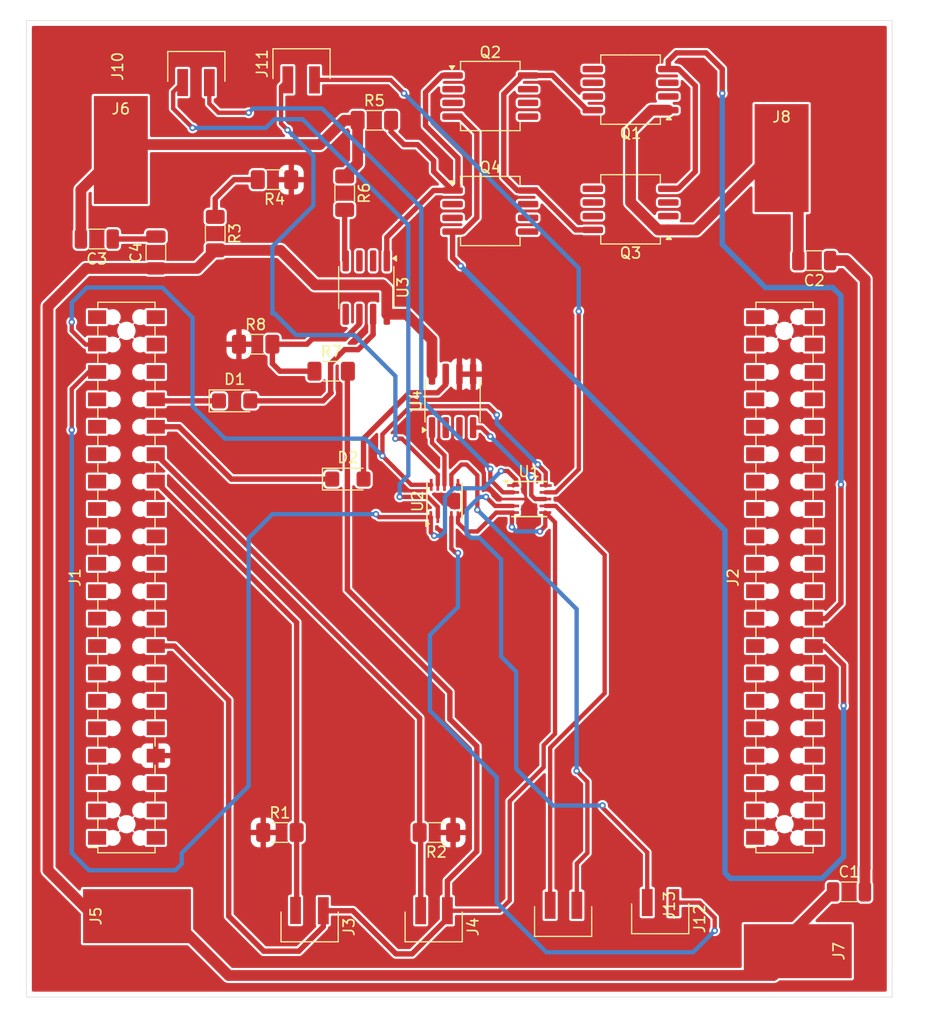
<source format=kicad_pcb>
(kicad_pcb (version 20241229) (generator "pcbnew") (generator_version "9.0")
  (layers (0 "F.Cu" signal) (2 "B.Cu" signal) (13 "F.Paste" user) (15 "B.Paste" user) (5 "F.SilkS" user "F.Silkscreen") (7 "B.SilkS" user "B.Silkscreen") (1 "F.Mask" user) (3 "B.Mask" user) (25 "Edge.Cuts" user))
  (net 0 "")
  (net 3 "Net-(C1-Pad2)")
  (net 4 "PB1")
  (net 13 "LOAD-")
  (net 14 "Net-(C3-Pad1)")
  (net 16 "BAT-")
  (net 25 "PC2")
  (net 33 "PC3")
  (net 47 "Net-(U1-D)")
  (net 65 "Net-(D1-A)")
  (net 66 "Net-(D2-A)")
  (net 80 "PA4")
  (net 81 "GND")
  (net 82 "3.3V")
  (net 83 "PA0")
  (net 84 "BAT+")
  (net 85 "PA1")
  (net 86 "PC0")
  (net 87 "PC1")
  (net 88 "C1-")
  (net 89 "C1+")
  (net 90 "C2-")
  (net 91 "C2+")
  (net 92 "C3-")
  (net 93 "C3+")
  (net 94 "Net-(U2-D)")
  (net 96 "C4-")
  (net 97 "C4+")
  (net 98 "Net-(Q1-D)")
  (net 99 "Net-(Q2-S)")
  (net 100 "Net-(U3-VS-)")
  (net 101 "Net-(U3-+iN)")
  (net 102 "Net-(U3-REF)")
  (footprint "VAMK_R_SMD:1206" (layer "F.Cu") (at 134.25 81.75)
    (property "Reference" "R7")
    (property "Value" "10k")
  )
  (footprint "Connector_PinHeader_2.54mm:PinHeader_1x02_P2.54mm_Vertical_SMD_Pin1Left" (layer "F.Cu") (at 131.5 53.25 90)
    (property "Reference" "J11")
    (property "Value" "CELL_2")
  )
  (footprint "VAMK_R_SMD:1206" (layer "F.Cu") (at 129.5 124.5)
    (property "Reference" "R1")
    (property "Value" "10k")
  )
  (footprint "Package_SO:TSSOP-10_3x3mm_P0.5mm" (layer "F.Cu") (at 144.8 93.8 90)
    (property "Reference" "U2")
    (property "Value" "MUX")
  )
  (footprint "Connector_PinHeader_2.54mm:PinHeader_1x02_P2.54mm_Vertical_SMD_Pin1Left" (layer "F.Cu") (at 164.75 132.5 -90)
    (property "Reference" "J12")
    (property "Value" "CELL_3")
  )
  (footprint "VAMK_C_SMD:C1206" (layer "F.Cu") (at 179.025 71.5 180)
    (property "Reference" "C2")
    (property "Value" "100NF_50V_CER" (hide yes))
  )
  (footprint "Connector_Samtec_HLE_SMD:Samtec_HLE-120-02-xxx-DV-BE-LC_2x20_P2.54mm_Horizontal" (layer "F.Cu") (at 176.27 100.87 90)
    (property "Reference" "J2")
    (property "Value" "Conn_02x20_Odd_Even")
  )
  (footprint "VAMK_R_SMD:1206" (layer "F.Cu") (at 127.25 79.25)
    (property "Reference" "R8")
    (property "Value" "10k")
  )
  (footprint "Connector_PinHeader_2.54mm:PinHeader_1x02_P2.54mm_Vertical_SMD_Pin1Left" (layer "F.Cu") (at 132.25 133.25 -90)
    (property "Reference" "J3")
    (property "Value" "TEMP")
  )
  (footprint "Package_SO:SOIC-8_5.3x6.2mm_P1.27mm" (layer "F.Cu") (at 149 66.905)
    (property "Reference" "Q4")
    (property "Value" "Discharge")
  )
  (footprint "Package_SO:SOIC-8_5.3x6.2mm_P1.27mm" (layer "F.Cu") (at 162 55.655 180)
    (property "Reference" "Q1")
    (property "Value" "Charge")
  )
  (footprint "Connector_PinHeader_2.54mm:PinHeader_1x02_P2.54mm_Vertical_SMD_Pin1Left" (layer "F.Cu") (at 143.75 133.25 -90)
    (property "Reference" "J4")
    (property "Value" "TEMP")
  )
  (footprint "VAMK_C_SMD:C1206" (layer "F.Cu") (at 118 70.75 90)
    (property "Reference" "C4")
    (property "Value" "100NF_50V_CER")
  )
  (footprint "VAMK_R_SMD:1206" (layer "F.Cu") (at 144 124.5 180)
    (property "Reference" "R2")
    (property "Value" "10k")
  )
  (footprint "Connector_PinHeader_2.54mm:PinHeader_1x02_P2.54mm_Vertical_SMD_Pin1Left" (layer "F.Cu") (at 121.75 53.5 90)
    (property "Reference" "J10")
    (property "Value" "CELL_1")
  )
  (footprint "VAMK_R_SMD:1206" (layer "F.Cu") (at 129 64 180)
    (property "Reference" "R4")
    (property "Value" "10k")
  )
  (footprint "VAMK_C_SMD:C1206" (layer "F.Cu") (at 112.525 69.5 180)
    (property "Reference" "C3")
    (property "Value" "100NF_50V_CER")
  )
  (footprint "Connector_Wire:SolderWirePad_1x01_SMD_5x10mm" (layer "F.Cu") (at 177.5 135.5 -90)
    (property "Reference" "J7")
    (property "Value" "LOAD+")
  )
  (footprint "Connector_Wire:SolderWirePad_1x01_SMD_5x10mm" (layer "F.Cu") (at 116.25 132.25 90)
    (property "Reference" "J5")
    (property "Value" "BAT+")
  )
  (footprint "Connector_Wire:SolderWirePad_1x01_SMD_5x10mm" (layer "F.Cu") (at 114.75 61.25)
    (property "Reference" "J6")
    (property "Value" "BAT-")
  )
  (footprint "Package_SO:SOIC-8_5.3x6.2mm_P1.27mm" (layer "F.Cu") (at 162 66.75 180)
    (property "Reference" "Q3")
    (property "Value" "Charge")
  )
  (footprint "Package_SO:SOIC-8_3.9x4.9mm_P1.27mm" (layer "F.Cu") (at 145.5 84.5 90)
    (property "Reference" "U4")
    (property "Value" "AD8021AR")
  )
  (footprint "VAMK_C_SMD:C1206" (layer "F.Cu") (at 182.25 130)
    (property "Reference" "C1")
    (property "Value" "100NF_50V_CER")
  )
  (footprint "VAMK_R_SMD:1206" (layer "F.Cu") (at 138.25 58.5)
    (property "Reference" "R5")
    (property "Value" "1m")
  )
  (footprint "Connector_Samtec_HLE_SMD:Samtec_HLE-120-02-xxx-DV-BE-LC_2x20_P2.54mm_Horizontal" (layer "F.Cu") (at 115.27 100.87 90)
    (property "Reference" "J1")
    (property "Value" "Conn_02x20_Odd_Even")
  )
  (footprint "Diode_SMD:D_SMF" (layer "F.Cu") (at 135.8 91.75)
    (property "Reference" "D2")
    (property "Value" "3.3V")
  )
  (footprint "VAMK_R_SMD:1206" (layer "F.Cu") (at 123.5 69 -90)
    (property "Reference" "R3")
    (property "Value" "10k")
  )
  (footprint "Diode_SMD:D_SMF" (layer "F.Cu") (at 125.3 84.5)
    (property "Reference" "D1")
    (property "Value" "3.3V")
  )
  (footprint "Package_SO:TSSOP-10_3x3mm_P0.5mm" (layer "F.Cu") (at 152.6 93.6)
    (property "Reference" "U1")
    (property "Value" "MUX")
  )
  (footprint "Connector_PinHeader_2.54mm:PinHeader_1x02_P2.54mm_Vertical_SMD_Pin1Left" (layer "F.Cu") (at 155.75 132.75 -90)
    (property "Reference" "J13")
    (property "Value" "CELL_4")
  )
  (footprint "Package_SO:SOIC-8_5.3x6.2mm_P1.27mm" (layer "F.Cu") (at 149 56.25)
    (property "Reference" "Q2")
    (property "Value" "Discharge")
  )
  (footprint "Connector_Wire:SolderWirePad_1x01_SMD_5x10mm" (layer "F.Cu") (at 176 62)
    (property "Reference" "J8")
    (property "Value" "LOAD-")
  )
  (footprint "VAMK_R_SMD:1206" (layer "F.Cu") (at 135.5 65.25 -90)
    (property "Reference" "R6")
    (property "Value" "160R")
  )
  (footprint "Package_SO:SOIC-8_3.9x4.9mm_P1.27mm" (layer "F.Cu") (at 137.5 74 -90)
    (property "Reference" "U3")
    (property "Value" "AD8021AR")
  )
  (gr_rect (start 106 49.25) (end 186.25 139.75) (stroke (width 0.05)) (fill no) (layer "Edge.Cuts"))
  (segment (start 183.725 130) (end 183.725 127.8) (width 1) (layer "F.Cu") (net 3))
  (segment (start 182 71.5) (end 180.5 71.5) (width 1) (layer "F.Cu") (net 3))
  (segment (start 183.725 127.8) (end 183.75 127.775) (width 1) (layer "F.Cu") (net 3))
  (segment (start 183.75 127.775) (end 183.75 73.25) (width 1) (layer "F.Cu") (net 3))
  (segment (start 183.75 73.25) (end 182 71.5) (width 1) (layer "F.Cu") (net 3))
  (segment (start 118.13 84.5) (end 117.99 84.36) (width 0.5) (layer "F.Cu") (net 4))
  (segment (start 123.85 84.5) (end 118.13 84.5) (width 0.5) (layer "F.Cu") (net 4))
  (segment (start 162 66.104999) (end 162 59.5) (width 1) (layer "F.Cu") (net 13))
  (segment (start 165.5 68.655) (end 164.550001 68.655) (width 1) (layer "F.Cu") (net 13))
  (segment (start 177.55 71.5) (end 177.55 63.55) (width 1) (layer "F.Cu") (net 13))
  (segment (start 177.55 63.55) (end 176 62) (width 1) (layer "F.Cu") (net 13))
  (segment (start 174.75 62) (end 176 62) (width 1) (layer "F.Cu") (net 13))
  (segment (start 162 59.5) (end 163.94 57.56) (width 1) (layer "F.Cu") (net 13))
  (segment (start 165.5 68.655) (end 168.095 68.655) (width 1) (layer "F.Cu") (net 13))
  (segment (start 163.94 57.56) (end 165.5 57.56) (width 1) (layer "F.Cu") (net 13))
  (segment (start 164.550001 68.655) (end 162 66.104999) (width 1) (layer "F.Cu") (net 13))
  (segment (start 168.095 68.655) (end 174.75 62) (width 1) (layer "F.Cu") (net 13))
  (segment (start 117.775 69.5) (end 118 69.275) (width 0.5) (layer "F.Cu") (net 14))
  (segment (start 114 69.5) (end 117.775 69.5) (width 0.5) (layer "F.Cu") (net 14))
  (segment (start 136.7 58.5) (end 136.7 62.5) (width 1) (layer "F.Cu") (net 16))
  (segment (start 133.2 60.75) (end 115.25 60.75) (width 1) (layer "F.Cu") (net 16))
  (segment (start 135.45 58.5) (end 133.2 60.75) (width 1) (layer "F.Cu") (net 16))
  (segment (start 136.7 58.5) (end 135.45 58.5) (width 1) (layer "F.Cu") (net 16))
  (segment (start 111.05 69.5) (end 111.05 64.95) (width 1) (layer "F.Cu") (net 16))
  (segment (start 115.25 60.75) (end 114.75 61.25) (width 1) (layer "F.Cu") (net 16))
  (segment (start 111.05 64.95) (end 114.75 61.25) (width 1) (layer "F.Cu") (net 16))
  (segment (start 136.7 62.5) (end 135.5 63.7) (width 1) (layer "F.Cu") (net 16))
  (segment (start 151.4 91.8) (end 151.4 92.067666) (width 0.4) (layer "F.Cu") (net 25))
  (segment (start 151.4 92.067666) (end 151.127297 92.340369) (width 0.4) (layer "F.Cu") (net 25))
  (segment (start 150 91) (end 150.6 91) (width 0.4) (layer "F.Cu") (net 25))
  (segment (start 150.6 91) (end 151.4 91.8) (width 0.4) (layer "F.Cu") (net 25))
  (segment (start 110.2 87.2) (end 110.2 83.4) (width 0.4) (layer "F.Cu") (net 25))
  (segment (start 138.674933 95.274933) (end 143.483969 95.274933) (width 0.4) (layer "F.Cu") (net 25))
  (segment (start 138.4 95) (end 138.674933 95.274933) (width 0.4) (layer "F.Cu") (net 25))
  (segment (start 143.483969 95.274933) (end 143.483969 96.683969) (width 0.4) (layer "F.Cu") (net 25))
  (segment (start 111.78 81.82) (end 112.55 81.82) (width 0.4) (layer "F.Cu") (net 25))
  (segment (start 110.2 83.4) (end 111.78 81.82) (width 0.4) (layer "F.Cu") (net 25))
  (segment (start 143.483969 96.683969) (end 143.8 97) (width 0.4) (layer "F.Cu") (net 25))
  (via blind (at 143.8 97) (size 0.6) (drill 0.3) (layers "F.Cu" "B.Cu") (net 25))
  (via blind (at 110.2 87.2) (size 0.6) (drill 0.3) (layers "F.Cu" "B.Cu") (net 25))
  (via blind (at 150 91) (size 0.6) (drill 0.3) (layers "F.Cu" "B.Cu") (net 25))
  (via blind (at 138.4 95) (size 0.6) (drill 0.3) (layers "F.Cu" "B.Cu") (net 25))
  (segment (start 144.8 93.4) (end 145.6 92.6) (width 0.4) (layer "B.Cu") (net 25))
  (segment (start 143.8 97) (end 144.4 97) (width 0.4) (layer "B.Cu") (net 25))
  (segment (start 122.6 124.2) (end 120.4 126.4) (width 0.4) (layer "B.Cu") (net 25))
  (segment (start 111.8 128) (end 110.2 126.4) (width 0.4) (layer "B.Cu") (net 25))
  (segment (start 144.4 97) (end 144.8 96.6) (width 0.4) (layer "B.Cu") (net 25))
  (segment (start 110.2 126.4) (end 110.2 126.2) (width 0.4) (layer "B.Cu") (net 25))
  (segment (start 110.2 126.2) (end 110.2 87.2) (width 0.4) (layer "B.Cu") (net 25))
  (segment (start 126.6 97.4) (end 126.6 120.2) (width 0.4) (layer "B.Cu") (net 25))
  (segment (start 128.8 95) (end 126.6 97.2) (width 0.4) (layer "B.Cu") (net 25))
  (segment (start 120.4 126.4) (end 120.4 127.4) (width 0.4) (layer "B.Cu") (net 25))
  (segment (start 148.4 92.6) (end 150 91) (width 0.4) (layer "B.Cu") (net 25))
  (segment (start 126.6 97.2) (end 126.6 97.4) (width 0.4) (layer "B.Cu") (net 25))
  (segment (start 144.8 96.6) (end 144.8 93.4) (width 0.4) (layer "B.Cu") (net 25))
  (segment (start 138.4 95) (end 128.8 95) (width 0.4) (layer "B.Cu") (net 25))
  (segment (start 120.4 127.4) (end 119.8 128) (width 0.4) (layer "B.Cu") (net 25))
  (segment (start 145.6 92.6) (end 148.4 92.6) (width 0.4) (layer "B.Cu") (net 25))
  (segment (start 126.6 120.2) (end 122.6 124.2) (width 0.4) (layer "B.Cu") (net 25))
  (segment (start 119.8 128) (end 111.8 128) (width 0.4) (layer "B.Cu") (net 25))
  (segment (start 141.6 85) (end 139 87.6) (width 0.4) (layer "F.Cu") (net 33))
  (segment (start 110.2 78) (end 111.48 79.28) (width 0.4) (layer "F.Cu") (net 33))
  (segment (start 148.8 85) (end 141.6 85) (width 0.4) (layer "F.Cu") (net 33))
  (segment (start 149.6 85.8) (end 148.8 85) (width 0.4) (layer "F.Cu") (net 33))
  (segment (start 139 87.6) (end 139 89.6) (width 0.4) (layer "F.Cu") (net 33))
  (segment (start 110.2 77.2) (end 110.2 78) (width 0.4) (layer "F.Cu") (net 33))
  (segment (start 111.48 79.28) (end 112.55 79.28) (width 0.4) (layer "F.Cu") (net 33))
  (segment (start 143.52157 92.279394) (end 141.679394 92.279394) (width 0.4) (layer "F.Cu") (net 33))
  (segment (start 154.135371 91.135371) (end 154.135371 92.346636) (width 0.4) (layer "F.Cu") (net 33))
  (segment (start 154.135371 91.135371) (end 153.4 90.4) (width 0.4) (layer "F.Cu") (net 33))
  (segment (start 141.679394 92.279394) (end 139 89.6) (width 0.4) (layer "F.Cu") (net 33))
  (via blind (at 153.4 90.4) (size 0.6) (drill 0.3) (layers "F.Cu" "B.Cu") (net 33))
  (via blind (at 139 89.6) (size 0.6) (drill 0.3) (layers "F.Cu" "B.Cu") (net 33))
  (via blind (at 149.6 85.8) (size 0.6) (drill 0.3) (layers "F.Cu" "B.Cu") (net 33))
  (via blind (at 110.2 77.2) (size 0.6) (drill 0.3) (layers "F.Cu" "B.Cu") (net 33))
  (segment (start 118.6 74) (end 111.6 74) (width 0.4) (layer "B.Cu") (net 33))
  (segment (start 153.4 90.4) (end 149.6 86.6) (width 0.4) (layer "B.Cu") (net 33))
  (segment (start 110.2 75.4) (end 110.2 77.2) (width 0.4) (layer "B.Cu") (net 33))
  (segment (start 121.4 76.8) (end 118.6 74) (width 0.4) (layer "B.Cu") (net 33))
  (segment (start 139 89.6) (end 137.4 88) (width 0.4) (layer "B.Cu") (net 33))
  (segment (start 124.4 88) (end 121.4 85) (width 0.4) (layer "B.Cu") (net 33))
  (segment (start 149.6 86.6) (end 149.6 85.8) (width 0.4) (layer "B.Cu") (net 33))
  (segment (start 137.4 88) (end 124.4 88) (width 0.4) (layer "B.Cu") (net 33))
  (segment (start 111.6 74) (end 110.2 75.4) (width 0.4) (layer "B.Cu") (net 33))
  (segment (start 121.4 85) (end 121.4 76.8) (width 0.4) (layer "B.Cu") (net 33))
  (segment (start 152.8 93.25) (end 152.8 91.6) (width 0.4) (layer "F.Cu") (net 47))
  (segment (start 148.175 86.975) (end 147.405 86.975) (width 0.4) (layer "F.Cu") (net 47))
  (segment (start 153.15 93.6) (end 152.8 93.25) (width 0.4) (layer "F.Cu") (net 47))
  (segment (start 154.1 93.6) (end 153.15 93.6) (width 0.4) (layer "F.Cu") (net 47))
  (segment (start 149 87.8) (end 148.175 86.975) (width 0.4) (layer "F.Cu") (net 47))
  (via blind (at 149 87.8) (size 0.6) (drill 0.3) (layers "F.Cu" "B.Cu") (net 47))
  (via blind (at 152.8 91.6) (size 0.6) (drill 0.3) (layers "F.Cu" "B.Cu") (net 47))
  (segment (start 152.8 91.6) (end 149 87.8) (width 0.4) (layer "B.Cu") (net 47))
  (segment (start 138.135 78.365) (end 136.75 79.75) (width 0.5) (layer "F.Cu") (net 65))
  (segment (start 135.5 79.75) (end 134.199 81.051) (width 0.5) (layer "F.Cu") (net 65))
  (segment (start 134.25 83.75) (end 133.5 84.5) (width 0.5) (layer "F.Cu") (net 65))
  (segment (start 138.135 76.475) (end 138.135 78.365) (width 0.5) (layer "F.Cu") (net 65))
  (segment (start 133.5 84.5) (end 126.75 84.5) (width 0.5) (layer "F.Cu") (net 65))
  (segment (start 134.199 81.051) (end 134.199 83.699) (width 0.5) (layer "F.Cu") (net 65))
  (segment (start 136.75 79.75) (end 135.5 79.75) (width 0.5) (layer "F.Cu") (net 65))
  (segment (start 134.199 83.699) (end 134.25 83.75) (width 0.5) (layer "F.Cu") (net 65))
  (segment (start 137.365 91.635) (end 137.25 91.75) (width 0.5) (layer "F.Cu") (net 66))
  (segment (start 144.865 82.025) (end 144.865 82.999999) (width 0.5) (layer "F.Cu") (net 66))
  (segment (start 137.25 88) (end 137.25 91.75) (width 0.5) (layer "F.Cu") (net 66))
  (segment (start 141.5 83.75) (end 137.25 88) (width 0.5) (layer "F.Cu") (net 66))
  (segment (start 144.865 82.999999) (end 144.114999 83.75) (width 0.5) (layer "F.Cu") (net 66))
  (segment (start 144.114999 83.75) (end 141.5 83.75) (width 0.5) (layer "F.Cu") (net 66))
  (segment (start 125 91.75) (end 120.15 86.9) (width 0.5) (layer "F.Cu") (net 80))
  (segment (start 120.15 86.9) (end 117.99 86.9) (width 0.5) (layer "F.Cu") (net 80))
  (segment (start 134.35 91.75) (end 125 91.75) (width 0.5) (layer "F.Cu") (net 80))
  (segment (start 149.85 131.75) (end 145.02 131.75) (width 0.4) (layer "F.Cu") (net 82))
  (segment (start 119.72 107.22) (end 117.99 107.22) (width 0.5) (layer "F.Cu") (net 82))
  (segment (start 133.52 133.23) (end 131.25 135.5) (width 0.5) (layer "F.Cu") (net 82))
  (segment (start 149.546636 94.853364) (end 147.8 96.6) (width 0.4) (layer "F.Cu") (net 82))
  (segment (start 154.09777 94.853364) (end 155 95.755594) (width 0.4) (layer "F.Cu") (net 82))
  (segment (start 146.00323 95.80323) (end 146.00323 95.287467) (width 0.4) (layer "F.Cu") (net 82))
  (segment (start 149.546636 94.853364) (end 151.10223 94.853364) (width 0.4) (layer "F.Cu") (net 82))
  (segment (start 135.75 102) (end 145.25 111.5) (width 0.5) (layer "F.Cu") (net 82))
  (segment (start 146.8 96.6) (end 146.00323 95.80323) (width 0.4) (layer "F.Cu") (net 82))
  (segment (start 133.52 131.75) (end 133.52 133.23) (width 0.5) (layer "F.Cu") (net 82))
  (segment (start 124.75 132.25) (end 124.75 112.25) (width 0.5) (layer "F.Cu") (net 82))
  (segment (start 155 95.755594) (end 155 115.350058) (width 0.4) (layer "F.Cu") (net 82))
  (segment (start 145.02 132.48) (end 145.02 131.75) (width 0.5) (layer "F.Cu") (net 82))
  (segment (start 128 135.5) (end 124.75 132.25) (width 0.5) (layer "F.Cu") (net 82))
  (segment (start 145.25 111.5) (end 145.25 114) (width 0.5) (layer "F.Cu") (net 82))
  (segment (start 154.09777 94.853364) (end 154.09777 96.10223) (width 0.4) (layer "F.Cu") (net 82))
  (segment (start 135.75 81.8) (end 135.75 102) (width 0.5) (layer "F.Cu") (net 82))
  (segment (start 146.6 92.888697) (end 146.6 94.690697) (width 0.4) (layer "F.Cu") (net 82))
  (segment (start 133.52 131.75) (end 136.25 131.75) (width 0.5) (layer "F.Cu") (net 82))
  (segment (start 153.944883 118.455117) (end 150.8 121.6) (width 0.4) (layer "F.Cu") (net 82))
  (segment (start 147.75 126.25) (end 145.02 128.98) (width 0.5) (layer "F.Cu") (net 82))
  (segment (start 140.25 135.75) (end 141.75 135.75) (width 0.5) (layer "F.Cu") (net 82))
  (segment (start 124.75 112.25) (end 119.72 107.22) (width 0.5) (layer "F.Cu") (net 82))
  (segment (start 147.8 96.6) (end 146.8 96.6) (width 0.4) (layer "F.Cu") (net 82))
  (segment (start 136.25 131.75) (end 140.25 135.75) (width 0.5) (layer "F.Cu") (net 82))
  (segment (start 153.944883 116.405175) (end 153.944883 118.455117) (width 0.4) (layer "F.Cu") (net 82))
  (segment (start 155 115.350058) (end 153.944883 116.405175) (width 0.4) (layer "F.Cu") (net 82))
  (segment (start 151 94.955594) (end 151.10223 94.853364) (width 0.4) (layer "F.Cu") (net 82))
  (segment (start 145.25 114) (end 147.75 116.5) (width 0.5) (layer "F.Cu") (net 82))
  (segment (start 151 96.2) (end 151 94.955594) (width 0.4) (layer "F.Cu") (net 82))
  (segment (start 131.25 135.5) (end 128 135.5) (width 0.5) (layer "F.Cu") (net 82))
  (segment (start 141.75 135.75) (end 145.02 132.48) (width 0.5) (layer "F.Cu") (net 82))
  (segment (start 150.8 130.8) (end 149.85 131.75) (width 0.4) (layer "F.Cu") (net 82))
  (segment (start 146.00323 92.291927) (end 146.6 92.888697) (width 0.4) (layer "F.Cu") (net 82))
  (segment (start 145.02 128.98) (end 145.02 131.75) (width 0.5) (layer "F.Cu") (net 82))
  (segment (start 135.8 81.75) (end 135.75 81.8) (width 0.5) (layer "F.Cu") (net 82))
  (segment (start 147.75 116.5) (end 147.75 126.25) (width 0.5) (layer "F.Cu") (net 82))
  (segment (start 146.6 94.690697) (end 146.00323 95.287467) (width 0.4) (layer "F.Cu") (net 82))
  (segment (start 154.09777 96.10223) (end 153.6 96.6) (width 0.4) (layer "F.Cu") (net 82))
  (segment (start 150.8 121.6) (end 150.8 130.8) (width 0.4) (layer "F.Cu") (net 82))
  (via blind (at 151 96.2) (size 0.6) (drill 0.3) (layers "F.Cu" "B.Cu") (net 82))
  (via blind (at 153.6 96.6) (size 0.6) (drill 0.3) (layers "F.Cu" "B.Cu") (net 82))
  (segment (start 151.4 96.6) (end 151 96.2) (width 0.4) (layer "B.Cu") (net 82))
  (segment (start 153.6 96.6) (end 151.4 96.6) (width 0.4) (layer "B.Cu") (net 82))
  (segment (start 131.05 131.619722) (end 130.944712 131.72501) (width 0.5) (layer "F.Cu") (net 83))
  (segment (start 131.05 105.04) (end 117.99 91.98) (width 0.5) (layer "F.Cu") (net 83))
  (segment (start 131.05 124.5) (end 131.05 105.04) (width 0.5) (layer "F.Cu") (net 83))
  (segment (start 131.05 124.5) (end 131.05 131.619722) (width 0.5) (layer "F.Cu") (net 83))
  (segment (start 177.5 135.5) (end 177.5 133.275) (width 1) (layer "F.Cu") (net 84))
  (segment (start 112.25 132.25) (end 108 128) (width 1) (layer "F.Cu") (net 84))
  (segment (start 177.5 133.275) (end 180.775 130) (width 1) (layer "F.Cu") (net 84))
  (segment (start 143.595 78.845) (end 143.595 82.025) (width 1) (layer "F.Cu") (net 84))
  (segment (start 119.25 132.25) (end 116.25 132.25) (width 1) (layer "F.Cu") (net 84))
  (segment (start 111.525 72.225) (end 118 72.225) (width 1) (layer "F.Cu") (net 84))
  (segment (start 121.825 72.225) (end 123.5 70.55) (width 1) (layer "F.Cu") (net 84))
  (segment (start 175.25 137.75) (end 124.75 137.75) (width 1) (layer "F.Cu") (net 84))
  (segment (start 139.405 76.475) (end 141.225 76.475) (width 1) (layer "F.Cu") (net 84))
  (segment (start 123.5 70.55) (end 129.55 70.55) (width 1) (layer "F.Cu") (net 84))
  (segment (start 108 75.75) (end 111.525 72.225) (width 1) (layer "F.Cu") (net 84))
  (segment (start 177.5 135.5) (end 175.25 137.75) (width 1) (layer "F.Cu") (net 84))
  (segment (start 141.225 76.475) (end 143.595 78.845) (width 1) (layer "F.Cu") (net 84))
  (segment (start 118 72.225) (end 121.825 72.225) (width 1) (layer "F.Cu") (net 84))
  (segment (start 108 128) (end 108 75.75) (width 1) (layer "F.Cu") (net 84))
  (segment (start 139 73.75) (end 139.405 74.155) (width 1) (layer "F.Cu") (net 84))
  (segment (start 132.75 73.75) (end 139 73.75) (width 1) (layer "F.Cu") (net 84))
  (segment (start 116.25 132.25) (end 112.25 132.25) (width 1) (layer "F.Cu") (net 84))
  (segment (start 139.405 74.155) (end 139.405 76.475) (width 1) (layer "F.Cu") (net 84))
  (segment (start 129.55 70.55) (end 132.75 73.75) (width 1) (layer "F.Cu") (net 84))
  (segment (start 124.75 137.75) (end 119.25 132.25) (width 1) (layer "F.Cu") (net 84))
  (segment (start 117.99 89.44) (end 142.45 113.9) (width 0.5) (layer "F.Cu") (net 85))
  (segment (start 142.545883 124.595883) (end 142.45 124.5) (width 0.5) (layer "F.Cu") (net 85))
  (segment (start 142.545883 131.744854) (end 142.545883 124.595883) (width 0.5) (layer "F.Cu") (net 85))
  (segment (start 142.45 113.9) (end 142.45 124.5) (width 0.5) (layer "F.Cu") (net 85))
  (segment (start 170.5 53.75) (end 170.5 56) (width 0.5) (layer "F.Cu") (net 86))
  (segment (start 168 55.300001) (end 168 63.25) (width 0.5) (layer "F.Cu") (net 86))
  (segment (start 166.405 64.845) (end 165.5 64.845) (width 0.5) (layer "F.Cu") (net 86))
  (segment (start 165.75 52.75) (end 166.25 52.25) (width 0.5) (layer "F.Cu") (net 86))
  (segment (start 165.5 53.75) (end 165.5 53) (width 0.5) (layer "F.Cu") (net 86))
  (segment (start 181.5 103.25) (end 180.07 104.68) (width 0.5) (layer "F.Cu") (net 86))
  (segment (start 181.5 92.25) (end 181.5 103.25) (width 0.5) (layer "F.Cu") (net 86))
  (segment (start 165.5 53.75) (end 166.449999 53.75) (width 0.5) (layer "F.Cu") (net 86))
  (segment (start 166.449999 53.75) (end 168 55.300001) (width 0.5) (layer "F.Cu") (net 86))
  (segment (start 165.5 53) (end 165.75 52.75) (width 0.5) (layer "F.Cu") (net 86))
  (segment (start 180.07 104.68) (end 178.99 104.68) (width 0.5) (layer "F.Cu") (net 86))
  (segment (start 166.25 52.25) (end 169 52.25) (width 0.5) (layer "F.Cu") (net 86))
  (segment (start 168 63.25) (end 166.405 64.845) (width 0.5) (layer "F.Cu") (net 86))
  (segment (start 169 52.25) (end 170.5 53.75) (width 0.5) (layer "F.Cu") (net 86))
  (via blind (at 170.5 56) (size 0.6) (drill 0.3) (layers "F.Cu" "B.Cu") (net 86))
  (via blind (at 181.5 92.25) (size 0.6) (drill 0.3) (layers "F.Cu" "B.Cu") (net 86))
  (segment (start 181.5 89) (end 181.5 92.25) (width 0.5) (layer "B.Cu") (net 86))
  (segment (start 173.25 72.75) (end 174.5 74) (width 0.5) (layer "B.Cu") (net 86))
  (segment (start 170.5 56) (end 170.5 70) (width 0.5) (layer "B.Cu") (net 86))
  (segment (start 181.5 74.75) (end 181.5 89) (width 0.5) (layer "B.Cu") (net 86))
  (segment (start 180.75 74) (end 181.25 74.5) (width 0.5) (layer "B.Cu") (net 86))
  (segment (start 174.5 74) (end 180.75 74) (width 0.5) (layer "B.Cu") (net 86))
  (segment (start 170.5 70) (end 173.25 72.75) (width 0.5) (layer "B.Cu") (net 86))
  (segment (start 181.25 74.5) (end 181.5 74.75) (width 0.5) (layer "B.Cu") (net 86))
  (segment (start 181.75 112.75) (end 181.75 109) (width 0.5) (layer "F.Cu") (net 87))
  (segment (start 145.5 71.25) (end 146.25 72) (width 0.5) (layer "F.Cu") (net 87))
  (segment (start 147.75 67.509999) (end 147.75 59.655) (width 0.5) (layer "F.Cu") (net 87))
  (segment (start 146.449999 68.81) (end 147.75 67.509999) (width 0.5) (layer "F.Cu") (net 87))
  (segment (start 145.5 68.81) (end 146.449999 68.81) (width 0.5) (layer "F.Cu") (net 87))
  (segment (start 181.75 109) (end 179.97 107.22) (width 0.5) (layer "F.Cu") (net 87))
  (segment (start 146.25 58.155) (end 145.5 58.155) (width 0.5) (layer "F.Cu") (net 87))
  (segment (start 147.75 59.655) (end 146.25 58.155) (width 0.5) (layer "F.Cu") (net 87))
  (segment (start 145.5 68.81) (end 145.5 71.25) (width 0.5) (layer "F.Cu") (net 87))
  (segment (start 179.97 107.22) (end 178.99 107.22) (width 0.5) (layer "F.Cu") (net 87))
  (via blind (at 181.75 112.75) (size 0.6) (drill 0.3) (layers "F.Cu" "B.Cu") (net 87))
  (via blind (at 146.25 72) (size 0.6) (drill 0.3) (layers "F.Cu" "B.Cu") (net 87))
  (segment (start 181.75 126.75) (end 181.75 112.75) (width 0.5) (layer "B.Cu") (net 87))
  (segment (start 170.75 128.25) (end 171.25 128.75) (width 0.5) (layer "B.Cu") (net 87))
  (segment (start 171.25 128.75) (end 179.75 128.75) (width 0.5) (layer "B.Cu") (net 87))
  (segment (start 146.25 72) (end 170.75 96.5) (width 0.5) (layer "B.Cu") (net 87))
  (segment (start 179.75 128.75) (end 181.75 126.75) (width 0.5) (layer "B.Cu") (net 87))
  (segment (start 170.75 96.5) (end 170.75 128.25) (width 0.5) (layer "B.Cu") (net 87))
  (segment (start 119.6 55.88) (end 120.48 55) (width 0.4) (layer "F.Cu") (net 88))
  (segment (start 121.4 59.2) (end 119.6 57.4) (width 0.4) (layer "F.Cu") (net 88))
  (segment (start 119.6 57.4) (end 119.6 55.88) (width 0.4) (layer "F.Cu") (net 88))
  (segment (start 144.129451 95.268667) (end 144.129451 94.318667) (width 0.4) (layer "F.Cu") (net 88))
  (segment (start 143.210784 93.4) (end 140.6 93.4) (width 0.4) (layer "F.Cu") (net 88))
  (segment (start 144.129451 94.318667) (end 143.210784 93.4) (width 0.4) (layer "F.Cu") (net 88))
  (via blind (at 140.6 93.4) (size 0.6) (drill 0.3) (layers "F.Cu" "B.Cu") (net 88))
  (via blind (at 121.4 59.2) (size 0.6) (drill 0.3) (layers "F.Cu" "B.Cu") (net 88))
  (segment (start 141.4 68.2) (end 131.6 58.4) (width 0.4) (layer "B.Cu") (net 88))
  (segment (start 129 58.4) (end 128.2 59.2) (width 0.4) (layer "B.Cu") (net 88))
  (segment (start 140.6 93.4) (end 140.6 92.2) (width 0.4) (layer "B.Cu") (net 88))
  (segment (start 141.4 91.4) (end 141.4 68.2) (width 0.4) (layer "B.Cu") (net 88))
  (segment (start 131.6 58.4) (end 129 58.4) (width 0.4) (layer "B.Cu") (net 88))
  (segment (start 128.2 59.2) (end 121.4 59.2) (width 0.4) (layer "B.Cu") (net 88))
  (segment (start 140.6 92.2) (end 141.4 91.4) (width 0.4) (layer "B.Cu") (net 88))
  (segment (start 126.6 57.8) (end 123.8 57.8) (width 0.4) (layer "F.Cu") (net 89))
  (segment (start 122.954117 56.954117) (end 122.954117 55.005146) (width 0.4) (layer "F.Cu") (net 89))
  (segment (start 149 91.808555) (end 149 90.8) (width 0.4) (layer "F.Cu") (net 89))
  (segment (start 150.17103 92.979585) (end 149 91.808555) (width 0.4) (layer "F.Cu") (net 89))
  (segment (start 151.12103 92.979585) (end 150.17103 92.979585) (width 0.4) (layer "F.Cu") (net 89))
  (segment (start 123.8 57.8) (end 122.954117 56.954117) (width 0.4) (layer "F.Cu") (net 89))
  (via blind (at 149 90.8) (size 0.6) (drill 0.3) (layers "F.Cu" "B.Cu") (net 89))
  (via blind (at 126.6 57.8) (size 0.6) (drill 0.3) (layers "F.Cu" "B.Cu") (net 89))
  (segment (start 127 57.4) (end 133.4 57.4) (width 0.4) (layer "B.Cu") (net 89))
  (segment (start 133.4 57.4) (end 142.6 66.6) (width 0.4) (layer "B.Cu") (net 89))
  (segment (start 126.6 57.8) (end 127 57.4) (width 0.4) (layer "B.Cu") (net 89))
  (segment (start 142.6 84.4) (end 149 90.8) (width 0.4) (layer "B.Cu") (net 89))
  (segment (start 142.6 66.6) (end 142.6 84.4) (width 0.4) (layer "B.Cu") (net 89))
  (segment (start 129.6 58.8) (end 129.6 55.38) (width 0.4) (layer "F.Cu") (net 90))
  (segment (start 144.129451 91.323127) (end 140.806324 88) (width 0.4) (layer "F.Cu") (net 90))
  (segment (start 129.6 55.38) (end 130.23 54.75) (width 0.4) (layer "F.Cu") (net 90))
  (segment (start 130.2 59.4) (end 129.6 58.8) (width 0.4) (layer "F.Cu") (net 90))
  (segment (start 144.129451 92.273127) (end 144.129451 91.323127) (width 0.4) (layer "F.Cu") (net 90))
  (segment (start 140.806324 88) (end 140.2 88) (width 0.4) (layer "F.Cu") (net 90))
  (via blind (at 130.2 59.4) (size 0.6) (drill 0.3) (layers "F.Cu" "B.Cu") (net 90))
  (via blind (at 140.2 88) (size 0.6) (drill 0.3) (layers "F.Cu" "B.Cu") (net 90))
  (segment (start 131 78.4) (end 129 76.4) (width 0.4) (layer "B.Cu") (net 90))
  (segment (start 132.6 61.8) (end 130.2 59.4) (width 0.4) (layer "B.Cu") (net 90))
  (segment (start 137.8 79.8) (end 136.4 78.4) (width 0.4) (layer "B.Cu") (net 90))
  (segment (start 128.8 76.4) (end 128.8 70.2) (width 0.4) (layer "B.Cu") (net 90))
  (segment (start 132.6 66.4) (end 132.6 61.8) (width 0.4) (layer "B.Cu") (net 90))
  (segment (start 140.2 88) (end 140.2 82.2) (width 0.4) (layer "B.Cu") (net 90))
  (segment (start 140.2 82.2) (end 137.8 79.8) (width 0.4) (layer "B.Cu") (net 90))
  (segment (start 128.8 70.2) (end 132.6 66.4) (width 0.4) (layer "B.Cu") (net 90))
  (segment (start 136.4 78.4) (end 131 78.4) (width 0.4) (layer "B.Cu") (net 90))
  (segment (start 129 76.4) (end 128.8 76.4) (width 0.4) (layer "B.Cu") (net 90))
  (segment (start 139.755146 54.755146) (end 132.704117 54.755146) (width 0.4) (layer "F.Cu") (net 91))
  (segment (start 157.2 90.846155) (end 157.2 76.2) (width 0.4) (layer "F.Cu") (net 91))
  (segment (start 155.06657 92.979585) (end 157.2 90.846155) (width 0.4) (layer "F.Cu") (net 91))
  (segment (start 154.11657 92.979585) (end 155.06657 92.979585) (width 0.4) (layer "F.Cu") (net 91))
  (segment (start 141 56) (end 139.755146 54.755146) (width 0.4) (layer "F.Cu") (net 91))
  (via blind (at 157.2 76.2) (size 0.6) (drill 0.3) (layers "F.Cu" "B.Cu") (net 91))
  (via blind (at 141 56) (size 0.6) (drill 0.3) (layers "F.Cu" "B.Cu") (net 91))
  (segment (start 157.2 76.2) (end 157.2 72.2) (width 0.4) (layer "B.Cu") (net 91))
  (segment (start 157.2 72.2) (end 141 56) (width 0.4) (layer "B.Cu") (net 91))
  (segment (start 145.389081 98.189081) (end 145.389081 95.274934) (width 0.4) (layer "F.Cu") (net 92))
  (segment (start 146 98.6) (end 145.8 98.6) (width 0.4) (layer "F.Cu") (net 92))
  (segment (start 168.4 131) (end 166.02 131) (width 0.4) (layer "F.Cu") (net 92))
  (segment (start 145.8 98.6) (end 145.389081 98.189081) (width 0.4) (layer "F.Cu") (net 92))
  (segment (start 169.8 132.4) (end 168.4 131) (width 0.4) (layer "F.Cu") (net 92))
  (segment (start 169.8 133.6) (end 169.8 132.4) (width 0.4) (layer "F.Cu") (net 92))
  (via blind (at 146 98.6) (size 0.6) (drill 0.3) (layers "F.Cu" "B.Cu") (net 92))
  (via blind (at 169.8 133.6) (size 0.6) (drill 0.3) (layers "F.Cu" "B.Cu") (net 92))
  (segment (start 149.6 119.4) (end 149.6 131) (width 0.4) (layer "B.Cu") (net 92))
  (segment (start 146 98.6) (end 146 103.6) (width 0.4) (layer "B.Cu") (net 92))
  (segment (start 146 103.6) (end 143.4 106.2) (width 0.4) (layer "B.Cu") (net 92))
  (segment (start 149.6 131) (end 154.2 135.6) (width 0.4) (layer "B.Cu") (net 92))
  (segment (start 167.8 135.6) (end 169.8 133.6) (width 0.4) (layer "B.Cu") (net 92))
  (segment (start 143.4 113.2) (end 149.6 119.4) (width 0.4) (layer "B.Cu") (net 92))
  (segment (start 143.4 106.2) (end 143.4 113.2) (width 0.4) (layer "B.Cu") (net 92))
  (segment (start 154.2 135.6) (end 167.8 135.6) (width 0.4) (layer "B.Cu") (net 92))
  (segment (start 163.545883 126.345883) (end 163.545883 130.994854) (width 0.4) (layer "F.Cu") (net 93))
  (segment (start 159.4 122) (end 159.4 122.2) (width 0.4) (layer "F.Cu") (net 93))
  (segment (start 148.6 93.4) (end 149.439215 94.239215) (width 0.4) (layer "F.Cu") (net 93))
  (segment (start 159.4 122.2) (end 163.545883 126.345883) (width 0.4) (layer "F.Cu") (net 93))
  (segment (start 149.439215 94.239215) (end 151.114763 94.239215) (width 0.4) (layer "F.Cu") (net 93))
  (via blind (at 148.6 93.4) (size 0.6) (drill 0.3) (layers "F.Cu" "B.Cu") (net 93))
  (via blind (at 159.4 122) (size 0.6) (drill 0.3) (layers "F.Cu" "B.Cu") (net 93))
  (segment (start 146.8 94.6) (end 146.8 96.8) (width 0.4) (layer "B.Cu") (net 93))
  (segment (start 148 93.4) (end 146.8 94.6) (width 0.4) (layer "B.Cu") (net 93))
  (segment (start 146.8 96.8) (end 147.2 97.2) (width 0.4) (layer "B.Cu") (net 93))
  (segment (start 150 99.2) (end 150 108.2) (width 0.4) (layer "B.Cu") (net 93))
  (segment (start 154.8 122) (end 159.4 122) (width 0.4) (layer "B.Cu") (net 93))
  (segment (start 148.6 93.4) (end 148 93.4) (width 0.4) (layer "B.Cu") (net 93))
  (segment (start 147.2 97.2) (end 148 97.2) (width 0.4) (layer "B.Cu") (net 93))
  (segment (start 150 108.2) (end 151.4 109.6) (width 0.4) (layer "B.Cu") (net 93))
  (segment (start 151.4 109.6) (end 151.4 118.6) (width 0.4) (layer "B.Cu") (net 93))
  (segment (start 148 97.2) (end 150 99.2) (width 0.4) (layer "B.Cu") (net 93))
  (segment (start 151.4 118.6) (end 154.8 122) (width 0.4) (layer "B.Cu") (net 93))
  (segment (start 143.595 88.395) (end 143.595 86.975) (width 0.4) (layer "F.Cu") (net 94))
  (segment (start 144.749866 92.289697) (end 144.749866 89.549866) (width 0.4) (layer "F.Cu") (net 94))
  (segment (start 144.749866 89.549866) (end 143.595 88.395) (width 0.4) (layer "F.Cu") (net 94))
  (segment (start 157 118.8) (end 158 119.8) (width 0.4) (layer "F.Cu") (net 96))
  (segment (start 146.318475 90.4) (end 146.8 90.4) (width 0.4) (layer "F.Cu") (net 96))
  (segment (start 158 126.4) (end 157.02 127.38) (width 0.4) (layer "F.Cu") (net 96))
  (segment (start 158 119.8) (end 158 126.4) (width 0.4) (layer "F.Cu") (net 96))
  (segment (start 145.389081 91.329394) (end 146.318475 90.4) (width 0.4) (layer "F.Cu") (net 96))
  (segment (start 145.389081 92.279394) (end 145.389081 91.329394) (width 0.4) (layer "F.Cu") (net 96))
  (segment (start 147.8 91.4) (end 147.8 94.6) (width 0.4) (layer "F.Cu") (net 96))
  (segment (start 157.02 127.38) (end 157.02 131.25) (width 0.4) (layer "F.Cu") (net 96))
  (segment (start 146.8 90.4) (end 147.8 91.4) (width 0.4) (layer "F.Cu") (net 96))
  (via blind (at 157 118.8) (size 0.6) (drill 0.3) (layers "F.Cu" "B.Cu") (net 96))
  (via blind (at 147.8 94.6) (size 0.6) (drill 0.3) (layers "F.Cu" "B.Cu") (net 96))
  (segment (start 157 103.8) (end 157 118.8) (width 0.4) (layer "B.Cu") (net 96))
  (segment (start 147.8 94.6) (end 157 103.8) (width 0.4) (layer "B.Cu") (net 96))
  (segment (start 159.6 111.6) (end 154.545883 116.654117) (width 0.4) (layer "F.Cu") (net 97))
  (segment (start 159.6 98.778912) (end 159.6 111.6) (width 0.4) (layer "F.Cu") (net 97))
  (segment (start 155.060303 94.239215) (end 159.6 98.778912) (width 0.4) (layer "F.Cu") (net 97))
  (segment (start 154.545883 116.654117) (end 154.545883 131.244854) (width 0.4) (layer "F.Cu") (net 97))
  (segment (start 154.110303 94.239215) (end 155.060303 94.239215) (width 0.4) (layer "F.Cu") (net 97))
  (segment (start 156.905 68.655) (end 158.5 68.655) (width 0.5) (layer "F.Cu") (net 98))
  (segment (start 151.5 65) (end 152.5 65) (width 0.5) (layer "F.Cu") (net 98))
  (segment (start 150.25 56.0609) (end 150.25 63.75) (width 0.5) (layer "F.Cu") (net 98))
  (segment (start 152.5 54.345) (end 151.9659 54.345) (width 0.5) (layer "F.Cu") (net 98))
  (segment (start 152.5 65) (end 153.25 65) (width 0.5) (layer "F.Cu") (net 98))
  (segment (start 157.9659 57.56) (end 158.5 57.56) (width 0.5) (layer "F.Cu") (net 98))
  (segment (start 150.25 63.75) (end 151.5 65) (width 0.5) (layer "F.Cu") (net 98))
  (segment (start 152.56 65.06) (end 152.5 65) (width 0.5) (layer "F.Cu") (net 98))
  (segment (start 152.5 54.345) (end 154.7509 54.345) (width 0.5) (layer "F.Cu") (net 98))
  (segment (start 153.25 65) (end 156.905 68.655) (width 0.5) (layer "F.Cu") (net 98))
  (segment (start 151.9659 54.345) (end 150.25 56.0609) (width 0.5) (layer "F.Cu") (net 98))
  (segment (start 154.7509 54.345) (end 157.9659 57.56) (width 0.5) (layer "F.Cu") (net 98))
  (segment (start 141 60.75) (end 139.8 59.55) (width 0.5) (layer "F.Cu") (net 99))
  (segment (start 139.8 59.55) (end 139.8 58.5) (width 0.5) (layer "F.Cu") (net 99))
  (segment (start 143 59) (end 146 62) (width 0.5) (layer "F.Cu") (net 99))
  (segment (start 143.75 62.25) (end 143.75 63.25) (width 0.5) (layer "F.Cu") (net 99))
  (segment (start 146 62) (end 146 64.5) (width 0.5) (layer "F.Cu") (net 99))
  (segment (start 146 64.5) (end 145.5 65) (width 0.5) (layer "F.Cu") (net 99))
  (segment (start 143.75 65) (end 145.5 65) (width 0.5) (layer "F.Cu") (net 99))
  (segment (start 145.5 54.345) (end 144.550001 54.345) (width 0.5) (layer "F.Cu") (net 99))
  (segment (start 143 55.895001) (end 143 59) (width 0.5) (layer "F.Cu") (net 99))
  (segment (start 142.25 60.75) (end 141 60.75) (width 0.5) (layer "F.Cu") (net 99))
  (segment (start 139.405 71.525) (end 139.405 69.345) (width 0.5) (layer "F.Cu") (net 99))
  (segment (start 144.550001 54.345) (end 143 55.895001) (width 0.5) (layer "F.Cu") (net 99))
  (segment (start 143.75 62.25) (end 142.25 60.75) (width 0.5) (layer "F.Cu") (net 99))
  (segment (start 139.405 69.345) (end 143.75 65) (width 0.5) (layer "F.Cu") (net 99))
  (segment (start 143.75 63.25) (end 145.5 65) (width 0.5) (layer "F.Cu") (net 99))
  (segment (start 127.45 64) (end 125.25 64) (width 0.5) (layer "F.Cu") (net 100))
  (segment (start 123.5 65.75) (end 123.5 67.45) (width 0.5) (layer "F.Cu") (net 100))
  (segment (start 125.25 64) (end 123.5 65.75) (width 0.5) (layer "F.Cu") (net 100))
  (segment (start 135.5 71.43) (end 135.595 71.525) (width 0.5) (layer "F.Cu") (net 101))
  (segment (start 135.5 66.8) (end 135.5 71.43) (width 0.5) (layer "F.Cu") (net 101))
  (segment (start 132 79.25) (end 128.8 79.25) (width 0.5) (layer "F.Cu") (net 102))
  (segment (start 136.865 77.385) (end 135.5 78.75) (width 0.5) (layer "F.Cu") (net 102))
  (segment (start 128.8 81.05) (end 129.5 81.75) (width 0.5) (layer "F.Cu") (net 102))
  (segment (start 129.5 81.75) (end 132.7 81.75) (width 0.5) (layer "F.Cu") (net 102))
  (segment (start 135.5 78.75) (end 132.5 78.75) (width 0.5) (layer "F.Cu") (net 102))
  (segment (start 132.5 78.75) (end 132 79.25) (width 0.5) (layer "F.Cu") (net 102))
  (segment (start 136.865 76.475) (end 136.865 77.385) (width 0.5) (layer "F.Cu") (net 102))
  (segment (start 128.8 79.25) (end 128.8 81.05) (width 0.5) (layer "F.Cu") (net 102))
  (zone (net 81) (net_name "GND") (layers "F.Cu" "B.Cu") (connect_pads (clearance 0)) (min_thickness 0.25) (fill yes (thermal_gap 0.5) (thermal_bridge_width 0.5))
    (polygon (pts (xy 103.55 47.35) (xy 188.45 47.35) (xy 188.45 142.25) (xy 103.55 142.25)))
  )
)
</source>
